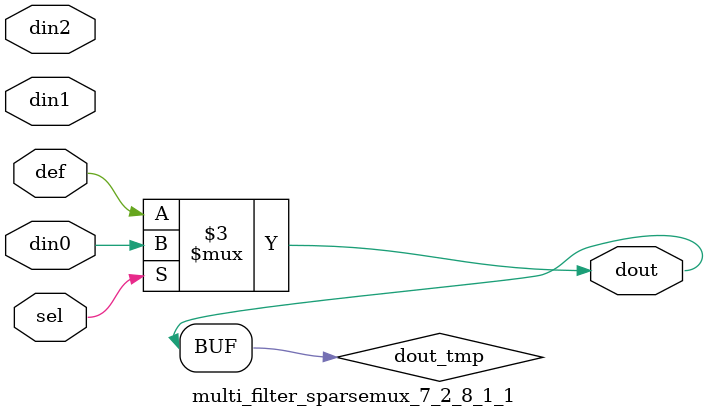
<source format=v>
`timescale 1ns / 1ps

module multi_filter_sparsemux_7_2_8_1_1 (din0,din1,din2,def,sel,dout);

parameter din0_WIDTH = 1;

parameter din1_WIDTH = 1;

parameter din2_WIDTH = 1;

parameter def_WIDTH = 1;
parameter sel_WIDTH = 1;
parameter dout_WIDTH = 1;

parameter [sel_WIDTH-1:0] CASE0 = 1;

parameter [sel_WIDTH-1:0] CASE1 = 1;

parameter [sel_WIDTH-1:0] CASE2 = 1;

parameter ID = 1;
parameter NUM_STAGE = 1;



input [din0_WIDTH-1:0] din0;

input [din1_WIDTH-1:0] din1;

input [din2_WIDTH-1:0] din2;

input [def_WIDTH-1:0] def;
input [sel_WIDTH-1:0] sel;

output [dout_WIDTH-1:0] dout;



reg [dout_WIDTH-1:0] dout_tmp;


always @ (*) begin
(* parallel_case *) case (sel)
    
    CASE0 : dout_tmp = din0;
    
    CASE1 : dout_tmp = din1;
    
    CASE2 : dout_tmp = din2;
    
    default : dout_tmp = def;
endcase
end


assign dout = dout_tmp;



endmodule

</source>
